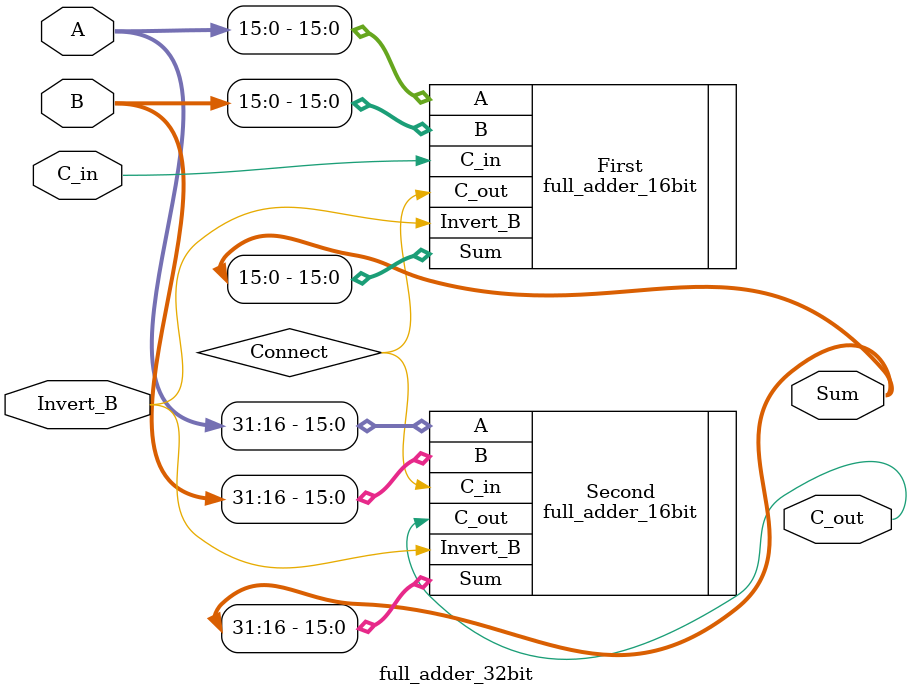
<source format=sv>
module full_adder_32bit (
		input  logic [31:0] A, B,    
		input  logic Invert_B, C_in,   
		output logic [31:0] Sum,
		output logic C_out
);
wire logic Connect;
full_adder_16bit  First (.A(A[15:0]),  .B(B[15:0]),  .Invert_B(Invert_B), .C_in(C_in),    .Sum(Sum[15:0]),  .C_out(Connect));
full_adder_16bit  Second(.A(A[31:16]), .B(B[31:16]), .Invert_B(Invert_B), .C_in(Connect), .Sum(Sum[31:16]), .C_out(C_out) );
endmodule		


</source>
